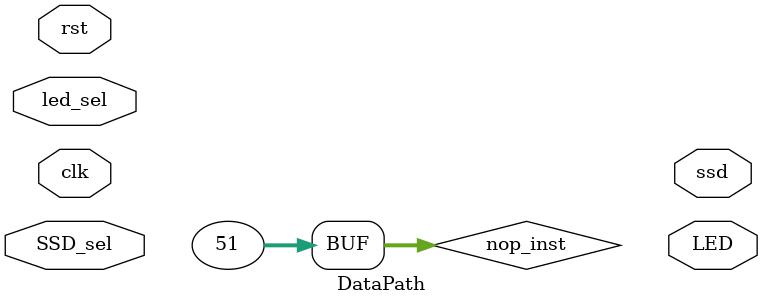
<source format=v>

`timescale 1ns / 1ps
`include "defines.v"


module DataPath(input clk, rst, input [1:0] led_sel, input[3:0]SSD_sel, output reg[15:0] LED, output reg[12:0] ssd);


     wire [31:0]pc_out; 
    wire [31:0]pc_in, pc_mux1_out;
    
    //----------------------------------------------------------------------
    wire  [31:0]Inst;
    //----------------------------------------------------------------------
    wire Branch, MemRead ,MemtoReg ,MemWrite ,ALUSrc ,RegWrite, AUIPCsel; 
    wire Jal,Jalr;//Jumping-Tawfik
    wire cf, zf, vf, sf;
    wire [1:0] ALUOp;


    //----------------------------------------------------------------------
    wire [3:0]ALU_selection;
    //----------------------------------------------------------------------

    wire [31:0] r_data1, r_data2;
    //----------------------------------------------------------------------
    wire [31:0] immediate, new_imm;
    //----------------------------------------------------------------------
    wire [31:0] jump_inst_sum;
    wire  jump_inst_cout;

    wire [31:0] pc_update_sum;
    wire  pc_update_cout;
    //----------------------------------------------------------------------
    wire[31:0] alu_in2;
    wire[31:0] alu_in1;
    wire[31:0] alu_out;

    //----------------------------------------------------------------------

    wire [31:0] mem_data_out;
    wire [31:0] reg_write_data, RF_data_in;
    //-----------------------------system instructions--------------------------------
    wire ecall;
    wire [31:0] pc_mux2_out;
    //---------------------------------branching unit-----------------------------------
    wire branch_condition;
    wire [2:0] branch_type;


    //\\---------------------------/--------PIPELINING--------\-----------------------------//\\

    //---------------------------------------IF_ID------------------------------------------
    wire [31:0] IF_ID_INST;
    wire [31:0] IF_ID_PC;
    
    //--------------------------------------ID_EX-------------------------------------------
    wire ID_EX_Branch, ID_EX_MemRead ,ID_EX_MemtoReg ,ID_EX_MemWrite ,ID_EX_ALUSrc ,ID_EX_RegWrite, ID_EX_AUIPCsel, ID_EX_Jal, ID_EX_Jalr, ID_EX_ecall;
    wire [1:0] ID_EX_ALUOp;
    wire [2:0] ID_EX_branch_type;

    wire [31:0] ID_EX_PC, ID_EX_r_data1, ID_EX_r_data2, ID_EX_immediate, ID_EX_INST;
    wire [4:0] ID_EX_INST_WriteReg, ID_EX_Rs1, ID_EX_Rs2;




    //--------------------------------------EX_MEM-------------------------------------------
    wire EX_MEM_zf;
    wire EX_MEM_MemtoReg, EX_MEM_Branch, EX_MEM_MemRead, EX_MEM_MemWrite;
    wire [31:0] EX_MEM_jump_inst_sum, EX_MEM_alu_out, EX_MEM_r_data2;
    wire [4:0] EX_MEM_INST_WriteReg;
    wire EX_MEM_RegWrite;
    wire [31:0] EX_MEM_INST;
    

    //--------------------------------------MEM_WB-------------------------------------------
    wire [31:0]  MEM_WB_mem_data_out, MEM_WB_alu_out;
    wire MEM_WB_RegWrite, MEM_WB_MemtoReg;
    wire [4:0] MEM_WB_INST_WriteReg;




    //------------------------------------Forwarding--------------------------------------
    wire [1:0] forwardA, forwardB;
    wire [31:0] fwd_mux_out1, fwd_mux_out2;

    wire stall;

   //----------------------------Flushing-------------------------------
    wire [31:0] nop_inst = 32'b0000000_00000_00000_000_00000_0110011; //Hussein
    wire [31:0] temp_Inst; //Hussein
    wire [4:0] nop_mux2_out; //Hussein
    //EX_MEM_Branch = pcsrc or pc mux sel






  
//\\---------------------------------()--[]-Datapath-[]--()-----------------------------------//\\



//----------------------------------------IF-----------------------------------------------------
    NBitReg #(32)pc(.clk(clk), .rst(rst),.Load(!stall), .D(pc_mux2_out),.Q(pc_out));

 nbit_mux #(32) mx_pc(.a(pc_in),.b(pc_out),.s(ecall),.c(pc_mux2_out)); //PC MUX for ecall Hussein (just before the PC register)

  nbit_mux #(32) jmp_mux(.a(pc_mux1_out),.b(alu_out),.s(Jalr),.c(pc_in)); //Mux after PC_mux  to check jalr //Jumping-Tawfik    
 
  //Husssein  --- instruction flushing - part 1: fetch stage by mux to send if_id stage a nop instruction
nbit_mux #(32) nop_mux(.a(temp_Inst),.b(nop_inst),.s(EX_MEM_Branch),.c(mem_data_out)); //-- Hussein-------------------

 nbit_mux #(32) imm_reg_mx(.a({pc_update_sum}),.b({EX_MEM_jump_inst_sum}),.s((branch_condition)),.c(pc_mux1_out)); //PC_MUX
// nbit_mux #(32) imm_reg_mx(.a(pc_update_sum),.b(jump_inst_sum),.s((branch_condition)),.c(pc_mux1_out)); //PC_MUX

//  InstMem IM(.addr(pc_out[7:2]), .data_out(Inst));

    FullAdder #(32)fa2(.a(4), .b(pc_out),  .addsub(0), .c_in(0), .sum(pc_update_sum), .c_out(pc_update_cout)); // normal case

  

    NBitReg #(64) IF_ID(.clk(clk), .rst(rst),.Load(!stall), .D({pc_out,mem_data_out}),.Q({IF_ID_PC,IF_ID_INST}));
   

  

 


//------------------------------------------ID---------------------------------------------------
    
    ImmGen immgen(.IR(IF_ID_INST), .gen_out(immediate));

    N_bit_RegFile#(32) nbrf(.r_addr1(IF_ID_INST[19:15]), .r_addr2(IF_ID_INST[24:20]),.w_addr(MEM_WB_INST_WriteReg),
     .w_data(RF_data_in),.w_en(MEM_WB_RegWrite),.clk(clk), .rst(rst), .r_data1(r_data1), .r_data2(r_data2));//Jumping-Tawfik


    nbit_mux #(32) mx_RF_writedata(.a(reg_write_data),.b(IF_ID_PC+4),.s(Jal|Jalr),.c(RF_data_in)); // Write-data MUX    //Jumping-Tawfik
    
    
    CU cu( .inst(IF_ID_INST), .Branch(Branch), .MemRead(MemRead) ,.MemtoReg(MemtoReg) ,.MemWrite(MemWrite) ,.ALUSrc(ALUSrc) ,.RegWrite(RegWrite), . ALUOp(ALUOp), .AUIPCsel(AUIPCsel), .Jal(Jal),.Jalr(Jalr),.ecall(ecall),.branch_type(branch_type));//system call Hussein
   
    
    wire [14:0]signals;



                                                                            //instruction flushing - part 2: control values to be stored in the ID/EX register  (Hussein)
                                                                                               //check | or || (Hussein)
  nbit_mux #(15) hzrd_MUX(.a({Branch, MemRead, MemtoReg, MemWrite,ALUSrc, RegWrite, AUIPCsel, Jal,Jalr, ecall, ALUOp, branch_type}),
     .b(15'b0),.s(stall || EX_MEM_Branch),.c(signals)); //  Tawfik modified by Hussein

hazard_detection_unit hzrd( .IF_ID_Rs1(IF_ID_INST[19:15]), .IF_ID_Rs2(IF_ID_INST[24:20]),.ID_EX_MemRead(ID_EX_MemRead),
    .EX_MEM_MemRead (EX_MEM_MemRead),.EX_MEM_MemWrite(EX_MEM_MemWrite),.ID_EX_RegisterRd(ID_EX_INST_WriteReg),.stall(stall));



NBitReg #(190) ID_EX(.clk(clk), .rst(rst),.Load(1),
     .D({signals, IF_ID_PC,r_data1,r_data2,immediate,IF_ID_INST,IF_ID_INST[19:15],IF_ID_INST[ 24:20],IF_ID_INST[11:7]}),       
     .Q({ID_EX_Branch,ID_EX_MemRead,ID_EX_MemtoReg,ID_EX_MemWrite,ID_EX_ALUSrc,ID_EX_RegWrite,ID_EX_AUIPCsel,ID_EX_Jal,ID_EX_Jalr, ID_EX_ecall, ID_EX_ALUOp,
      ID_EX_branch_type,  ID_EX_PC,ID_EX_r_data1,ID_EX_r_data2,ID_EX_immediate,ID_EX_INST,ID_EX_Rs1,ID_EX_Rs2,ID_EX_INST_WriteReg}));  

//------------------------------------------EX-----------------------------------------------------------------
   FullAdder #(32)fa(.a(ID_EX_PC), .b(new_imm),  .addsub(0), .c_in(0), .sum(jump_inst_sum), .c_out(jump_inst_cout)); // beq case


   branch_CU branch_cu(.branch_type(ID_EX_branch_type), .branch(ID_EX_Branch), .cf(cf), .zf(zf), .sf(sf), .branch_condition(branch_condition)); //Branching unit Hussein


  nbit_mux #(32) mxAUIPCalu(.a(fwd_mux_out1), .b(ID_EX_PC), .s(ID_EX_AUIPCsel), .c(alu_in1)); //ALU_MUX for AUIPC
    nbit_mux #(32) mxalu(.a(fwd_mux_out2),.b(ID_EX_immediate),.s(ID_EX_ALUSrc),.c(alu_in2)); //ALU _ MUX
  
  
  //instruction flushing - part 3: execute stage by mux to send id_ex stage a nop instruction (Hussein) 
    nbit_mux #(5) nop_mux2(.a({ID_EX_MemtoReg,ID_EX_Branch,ID_EX_MemRead,ID_EX_MemWrite,ID_EX_RegWrite}),.b(5'b0),.s(EX_MEM_Branch),.c(nop_mux2_out)); //Hussein


    
   N_Bit_ALU #(32) alu( .a(alu_in1), .b(alu_in2), .alufn(ALU_selection), .zf(zf), .cf(cf), .vf(vf), .sf(sf), .r(alu_out) );
     

  nBit_Shift_Left#(32) n_bit_shifter(.num(ID_EX_immediate), .res(new_imm));//Can use shifter module here


    ALU_CU alucu(.ALUop(ID_EX_ALUOp), .inst(ID_EX_INST), .ALU_selection(ALU_selection) );

    NBitReg #(139) EX_MEM(.clk(clk), .rst(rst),.Load(1),
     .D({nop_mux2_out[4], nop_mux2_out[3], nop_mux2_out[2], nop_mux2_out[1],  jump_inst_sum,           zf,        alu_out,       fwd_mux_out2,      nop_mux2_out[0], ID_EX_INST_WriteReg, ID_EX_INST}),
     .Q({EX_MEM_MemtoReg,  EX_MEM_Branch,  EX_MEM_MemRead,  EX_MEM_MemWrite,  EX_MEM_jump_inst_sum,  EX_MEM_zf,  EX_MEM_alu_out,  EX_MEM_r_data2, EX_MEM_RegWrite,EX_MEM_INST_WriteReg, EX_MEM_INST}) );
 
//---------------------------------------------------------------Mem-----------------------------------------------------
   
  //Byte addressable data mem                              
  //  DataMem datamem ( .clk(clk), .fun3(EX_MEM_INST[14:12]), .MemRead(EX_MEM_MemRead),  .MemWrite(EX_MEM_MemWrite), .addr(EX_MEM_alu_out[7:0]),  .data_in(EX_MEM_r_data2),  .data_out(mem_data_out));

 
    NBitReg #(71) MEM_WB(.clk(clk), .rst(rst),.Load(1),
     .D({EX_MEM_RegWrite, EX_MEM_MemtoReg, mem_data_out, EX_MEM_alu_out,EX_MEM_INST_WriteReg}),
     .Q({MEM_WB_RegWrite, MEM_WB_MemtoReg, MEM_WB_mem_data_out, MEM_WB_alu_out,MEM_WB_INST_WriteReg}) );
                                                                        
 
//---------------------------------------------------------------WB-----------------------------------------------------
    
    
                                                        
   nbit_mux #(32) mem_alu_mx(.a(MEM_WB_alu_out),.b(MEM_WB_mem_data_out),.s(MEM_WB_MemtoReg),.c(reg_write_data)); //MEM_TO_REG MUX


    //-------------------------------------Forwarding Unit ----------------------------------------

    Forwarding_Unit Fwd_unit (
        .ID_EX_Rs1(ID_EX_Rs1),
        .ID_EX_Rs2(ID_EX_Rs2),
        .EX_MEM_RegWrite(EX_MEM_RegWrite),
        .MEM_WB_RegWrite(MEM_WB_RegWrite),
        .EX_MEM_RegisterRd(EX_MEM_INST_WriteReg),
        .MEM_WB_RegisterRd(MEM_WB_INST_WriteReg),
        .forwardA(forwardA),
        .forwardB(forwardB)
    );

    Mux4x1 #(32) fwd_mux1( .a(ID_EX_r_data1),.b(reg_write_data), .x(EX_MEM_alu_out),.y(),.s(forwardA), .c(fwd_mux_out1));
    
    Mux4x1 #(32) fwd_mux2( .a(ID_EX_r_data2),.b(reg_write_data), .x(EX_MEM_alu_out),.y(),.s(forwardB), .c(fwd_mux_out2));




//-----------------------------MEMORY------------------------------------

    wire[5:0]addr;
  nbit_mux #(6) mem_in(.a(pc_out[7:2]),.b(EX_MEM_alu_out[5:0]),.s(EX_MEM_MemWrite|EX_MEM_MemRead),.c(addr)); //WB_MUX
  
  Memory main_mem ( .clk(clk),.fun3(EX_MEM_INST[14:12]), .MemRead(EX_MEM_MemRead),  .MemWrite(EX_MEM_MemWrite), .addr(addr), 
   .data_in(EX_MEM_r_data2),  .data_out(temp_Inst)); 




endmodule


</source>
